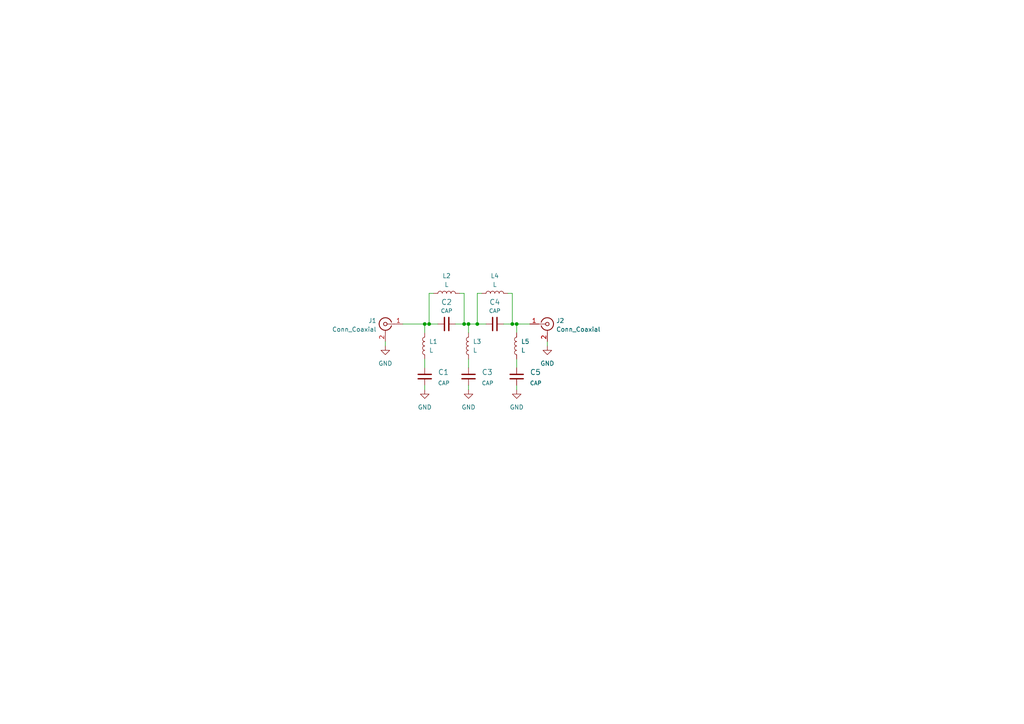
<source format=kicad_sch>
(kicad_sch (version 20211123) (generator eeschema)

  (uuid 7465baf0-7f45-433b-b3bb-613ab3847591)

  (paper "A4")

  (lib_symbols
    (symbol "Connector:Conn_Coaxial" (pin_names (offset 1.016) hide) (in_bom yes) (on_board yes)
      (property "Reference" "J" (id 0) (at 0.254 3.048 0)
        (effects (font (size 1.27 1.27)))
      )
      (property "Value" "Conn_Coaxial" (id 1) (at 2.921 0 90)
        (effects (font (size 1.27 1.27)))
      )
      (property "Footprint" "" (id 2) (at 0 0 0)
        (effects (font (size 1.27 1.27)) hide)
      )
      (property "Datasheet" " ~" (id 3) (at 0 0 0)
        (effects (font (size 1.27 1.27)) hide)
      )
      (property "ki_keywords" "BNC SMA SMB SMC LEMO coaxial connector CINCH RCA" (id 4) (at 0 0 0)
        (effects (font (size 1.27 1.27)) hide)
      )
      (property "ki_description" "coaxial connector (BNC, SMA, SMB, SMC, Cinch/RCA, LEMO, ...)" (id 5) (at 0 0 0)
        (effects (font (size 1.27 1.27)) hide)
      )
      (property "ki_fp_filters" "*BNC* *SMA* *SMB* *SMC* *Cinch* *LEMO*" (id 6) (at 0 0 0)
        (effects (font (size 1.27 1.27)) hide)
      )
      (symbol "Conn_Coaxial_0_1"
        (arc (start -1.778 -0.508) (mid 0.2311 -1.8066) (end 1.778 0)
          (stroke (width 0.254) (type default) (color 0 0 0 0))
          (fill (type none))
        )
        (polyline
          (pts
            (xy -2.54 0)
            (xy -0.508 0)
          )
          (stroke (width 0) (type default) (color 0 0 0 0))
          (fill (type none))
        )
        (polyline
          (pts
            (xy 0 -2.54)
            (xy 0 -1.778)
          )
          (stroke (width 0) (type default) (color 0 0 0 0))
          (fill (type none))
        )
        (circle (center 0 0) (radius 0.508)
          (stroke (width 0.2032) (type default) (color 0 0 0 0))
          (fill (type none))
        )
        (arc (start 1.778 0) (mid 0.2099 1.8101) (end -1.778 0.508)
          (stroke (width 0.254) (type default) (color 0 0 0 0))
          (fill (type none))
        )
      )
      (symbol "Conn_Coaxial_1_1"
        (pin passive line (at -5.08 0 0) (length 2.54)
          (name "In" (effects (font (size 1.27 1.27))))
          (number "1" (effects (font (size 1.27 1.27))))
        )
        (pin passive line (at 0 -5.08 90) (length 2.54)
          (name "Ext" (effects (font (size 1.27 1.27))))
          (number "2" (effects (font (size 1.27 1.27))))
        )
      )
    )
    (symbol "Device:L" (pin_numbers hide) (pin_names (offset 1.016) hide) (in_bom yes) (on_board yes)
      (property "Reference" "L" (id 0) (at -1.27 0 90)
        (effects (font (size 1.27 1.27)))
      )
      (property "Value" "L" (id 1) (at 1.905 0 90)
        (effects (font (size 1.27 1.27)))
      )
      (property "Footprint" "" (id 2) (at 0 0 0)
        (effects (font (size 1.27 1.27)) hide)
      )
      (property "Datasheet" "~" (id 3) (at 0 0 0)
        (effects (font (size 1.27 1.27)) hide)
      )
      (property "ki_keywords" "inductor choke coil reactor magnetic" (id 4) (at 0 0 0)
        (effects (font (size 1.27 1.27)) hide)
      )
      (property "ki_description" "Inductor" (id 5) (at 0 0 0)
        (effects (font (size 1.27 1.27)) hide)
      )
      (property "ki_fp_filters" "Choke_* *Coil* Inductor_* L_*" (id 6) (at 0 0 0)
        (effects (font (size 1.27 1.27)) hide)
      )
      (symbol "L_0_1"
        (arc (start 0 -2.54) (mid 0.635 -1.905) (end 0 -1.27)
          (stroke (width 0) (type default) (color 0 0 0 0))
          (fill (type none))
        )
        (arc (start 0 -1.27) (mid 0.635 -0.635) (end 0 0)
          (stroke (width 0) (type default) (color 0 0 0 0))
          (fill (type none))
        )
        (arc (start 0 0) (mid 0.635 0.635) (end 0 1.27)
          (stroke (width 0) (type default) (color 0 0 0 0))
          (fill (type none))
        )
        (arc (start 0 1.27) (mid 0.635 1.905) (end 0 2.54)
          (stroke (width 0) (type default) (color 0 0 0 0))
          (fill (type none))
        )
      )
      (symbol "L_1_1"
        (pin passive line (at 0 3.81 270) (length 1.27)
          (name "1" (effects (font (size 1.27 1.27))))
          (number "1" (effects (font (size 1.27 1.27))))
        )
        (pin passive line (at 0 -3.81 90) (length 1.27)
          (name "2" (effects (font (size 1.27 1.27))))
          (number "2" (effects (font (size 1.27 1.27))))
        )
      )
    )
    (symbol "passive:CAP" (pin_numbers hide) (pin_names (offset 1.016) hide) (in_bom yes) (on_board yes)
      (property "Reference" "C" (id 0) (at 0.762 2.286 0)
        (effects (font (size 1.524 1.524)) (justify left))
      )
      (property "Value" "CAP" (id 1) (at 0.762 -2.286 0)
        (effects (font (size 1.143 1.143)) (justify left))
      )
      (property "Footprint" "" (id 2) (at 0.889 -3.937 0)
        (effects (font (size 1.016 1.016)) (justify left) hide)
      )
      (property "Datasheet" "" (id 3) (at 0 2.54 0)
        (effects (font (size 1.524 1.524)) hide)
      )
      (property "Part" "-" (id 4) (at 1.016 4.191 0)
        (effects (font (size 1.143 1.143)) (justify left) hide)
      )
      (property "Family" "Passive" (id 5) (at 5.842 7.366 0)
        (effects (font (size 1.27 1.27)) hide)
      )
      (property "ki_keywords" "capacitor" (id 6) (at 0 0 0)
        (effects (font (size 1.27 1.27)) hide)
      )
      (property "ki_description" "Capacitor" (id 7) (at 0 0 0)
        (effects (font (size 1.27 1.27)) hide)
      )
      (symbol "CAP_0_1"
        (polyline
          (pts
            (xy -1.905 -0.635)
            (xy 1.905 -0.635)
          )
          (stroke (width 0.381) (type default) (color 0 0 0 0))
          (fill (type none))
        )
        (polyline
          (pts
            (xy -1.905 0.635)
            (xy 1.905 0.635)
          )
          (stroke (width 0.381) (type default) (color 0 0 0 0))
          (fill (type none))
        )
      )
      (symbol "CAP_1_1"
        (pin passive line (at 0 -2.54 90) (length 1.905)
          (name "1" (effects (font (size 1.143 1.143))))
          (number "1" (effects (font (size 1.016 1.016))))
        )
        (pin passive line (at 0 2.54 270) (length 1.905)
          (name "2" (effects (font (size 1.143 1.143))))
          (number "2" (effects (font (size 1.016 1.016))))
        )
      )
    )
    (symbol "power:GND" (power) (pin_names (offset 0)) (in_bom yes) (on_board yes)
      (property "Reference" "#PWR" (id 0) (at 0 -6.35 0)
        (effects (font (size 1.27 1.27)) hide)
      )
      (property "Value" "GND" (id 1) (at 0 -3.81 0)
        (effects (font (size 1.27 1.27)))
      )
      (property "Footprint" "" (id 2) (at 0 0 0)
        (effects (font (size 1.27 1.27)) hide)
      )
      (property "Datasheet" "" (id 3) (at 0 0 0)
        (effects (font (size 1.27 1.27)) hide)
      )
      (property "ki_keywords" "global power" (id 4) (at 0 0 0)
        (effects (font (size 1.27 1.27)) hide)
      )
      (property "ki_description" "Power symbol creates a global label with name \"GND\" , ground" (id 5) (at 0 0 0)
        (effects (font (size 1.27 1.27)) hide)
      )
      (symbol "GND_0_1"
        (polyline
          (pts
            (xy 0 0)
            (xy 0 -1.27)
            (xy 1.27 -1.27)
            (xy 0 -2.54)
            (xy -1.27 -1.27)
            (xy 0 -1.27)
          )
          (stroke (width 0) (type default) (color 0 0 0 0))
          (fill (type none))
        )
      )
      (symbol "GND_1_1"
        (pin power_in line (at 0 0 270) (length 0) hide
          (name "GND" (effects (font (size 1.27 1.27))))
          (number "1" (effects (font (size 1.27 1.27))))
        )
      )
    )
  )

  (junction (at 124.46 93.98) (diameter 0) (color 0 0 0 0)
    (uuid 0df16123-8e87-4a3c-97b8-8eacfa22e517)
  )
  (junction (at 134.62 93.98) (diameter 0) (color 0 0 0 0)
    (uuid 352eebb4-3823-4bac-9c23-7e947f52e274)
  )
  (junction (at 149.86 93.98) (diameter 0) (color 0 0 0 0)
    (uuid 3fe98e2f-2b09-47e2-929f-6a21420190f4)
  )
  (junction (at 138.43 93.98) (diameter 0) (color 0 0 0 0)
    (uuid 9d3f98f5-a2f6-495a-a23a-e1596e8a41c6)
  )
  (junction (at 123.19 93.98) (diameter 0) (color 0 0 0 0)
    (uuid 9dfcd961-ca47-4e00-8cce-fe98c97b4e8c)
  )
  (junction (at 148.59 93.98) (diameter 0) (color 0 0 0 0)
    (uuid b9dfbce8-963c-4636-a263-5638637d8b1b)
  )
  (junction (at 135.89 93.98) (diameter 0) (color 0 0 0 0)
    (uuid cc987e01-a04c-4519-9c5b-f9f8b17a647b)
  )

  (wire (pts (xy 134.62 93.98) (xy 135.89 93.98))
    (stroke (width 0) (type default) (color 0 0 0 0))
    (uuid 0f24fdb7-acfa-4a74-8e46-d661eb3b5d6c)
  )
  (wire (pts (xy 134.62 85.09) (xy 134.62 93.98))
    (stroke (width 0) (type default) (color 0 0 0 0))
    (uuid 10134f2c-61a2-4d27-a7ef-169aaca59d0d)
  )
  (wire (pts (xy 147.32 85.09) (xy 148.59 85.09))
    (stroke (width 0) (type default) (color 0 0 0 0))
    (uuid 19ce65ff-d13b-405e-8c5d-e7f79b83b418)
  )
  (wire (pts (xy 135.89 93.98) (xy 135.89 96.52))
    (stroke (width 0) (type default) (color 0 0 0 0))
    (uuid 3da9c787-3712-43cc-b19f-59c62748a88a)
  )
  (wire (pts (xy 133.35 85.09) (xy 134.62 85.09))
    (stroke (width 0) (type default) (color 0 0 0 0))
    (uuid 52765ec2-7d17-4380-a864-cc1dc109caa7)
  )
  (wire (pts (xy 124.46 93.98) (xy 127 93.98))
    (stroke (width 0) (type default) (color 0 0 0 0))
    (uuid 53416fcf-5551-4448-a5af-e27f6ccfd93c)
  )
  (wire (pts (xy 116.84 93.98) (xy 123.19 93.98))
    (stroke (width 0) (type default) (color 0 0 0 0))
    (uuid 5fb9e6ee-1d06-4e00-8786-3818c9bb962a)
  )
  (wire (pts (xy 139.7 85.09) (xy 138.43 85.09))
    (stroke (width 0) (type default) (color 0 0 0 0))
    (uuid 63f6293e-cf15-45f0-87da-1ce0939a50b3)
  )
  (wire (pts (xy 149.86 111.76) (xy 149.86 113.03))
    (stroke (width 0) (type default) (color 0 0 0 0))
    (uuid 677e35c6-2c00-4f62-8f68-a861d27d0e97)
  )
  (wire (pts (xy 148.59 93.98) (xy 149.86 93.98))
    (stroke (width 0) (type default) (color 0 0 0 0))
    (uuid 7388b25d-3ee5-4078-8f2f-d2012a0ed880)
  )
  (wire (pts (xy 123.19 104.14) (xy 123.19 106.68))
    (stroke (width 0) (type default) (color 0 0 0 0))
    (uuid 7890635b-aa63-46ec-a2e8-b9098297af89)
  )
  (wire (pts (xy 158.75 99.06) (xy 158.75 100.33))
    (stroke (width 0) (type default) (color 0 0 0 0))
    (uuid 83239667-013e-4142-9d6b-c55ce5a73042)
  )
  (wire (pts (xy 111.76 99.06) (xy 111.76 100.33))
    (stroke (width 0) (type default) (color 0 0 0 0))
    (uuid 909f7d8a-437a-46d3-8dcb-e48c8c3229ca)
  )
  (wire (pts (xy 148.59 85.09) (xy 148.59 93.98))
    (stroke (width 0) (type default) (color 0 0 0 0))
    (uuid 94b52337-870a-4b2c-913c-77d748f35808)
  )
  (wire (pts (xy 125.73 85.09) (xy 124.46 85.09))
    (stroke (width 0) (type default) (color 0 0 0 0))
    (uuid 9feae1e3-cbf8-4ec9-875e-c199ef532bd3)
  )
  (wire (pts (xy 138.43 93.98) (xy 140.97 93.98))
    (stroke (width 0) (type default) (color 0 0 0 0))
    (uuid a0579e14-e308-48d4-b386-91adabef4938)
  )
  (wire (pts (xy 149.86 104.14) (xy 149.86 106.68))
    (stroke (width 0) (type default) (color 0 0 0 0))
    (uuid a9ffd97c-7294-4464-91cb-73d53971dbe8)
  )
  (wire (pts (xy 135.89 111.76) (xy 135.89 113.03))
    (stroke (width 0) (type default) (color 0 0 0 0))
    (uuid be76eb5b-f9d4-4f0c-843a-e138959ede96)
  )
  (wire (pts (xy 123.19 93.98) (xy 123.19 96.52))
    (stroke (width 0) (type default) (color 0 0 0 0))
    (uuid c9bff274-bd99-4dc0-8ea8-171a97651786)
  )
  (wire (pts (xy 146.05 93.98) (xy 148.59 93.98))
    (stroke (width 0) (type default) (color 0 0 0 0))
    (uuid cb11523a-e65a-4ecc-82f3-20a3306246e2)
  )
  (wire (pts (xy 149.86 93.98) (xy 149.86 96.52))
    (stroke (width 0) (type default) (color 0 0 0 0))
    (uuid d879f0cd-9574-4808-8cf2-3d23cefebd77)
  )
  (wire (pts (xy 132.08 93.98) (xy 134.62 93.98))
    (stroke (width 0) (type default) (color 0 0 0 0))
    (uuid e5098d0a-4d6b-421a-8949-e710e98d568e)
  )
  (wire (pts (xy 123.19 111.76) (xy 123.19 113.03))
    (stroke (width 0) (type default) (color 0 0 0 0))
    (uuid e758dc08-73cb-44c6-9ff8-44975b0c727c)
  )
  (wire (pts (xy 124.46 85.09) (xy 124.46 93.98))
    (stroke (width 0) (type default) (color 0 0 0 0))
    (uuid ed7f29ae-c5b2-493d-bb88-f03205526802)
  )
  (wire (pts (xy 123.19 93.98) (xy 124.46 93.98))
    (stroke (width 0) (type default) (color 0 0 0 0))
    (uuid edfe88df-ece9-4042-bc1c-d2558815e37d)
  )
  (wire (pts (xy 135.89 104.14) (xy 135.89 106.68))
    (stroke (width 0) (type default) (color 0 0 0 0))
    (uuid f1acbcce-acfc-44eb-bbe8-744de6efa96a)
  )
  (wire (pts (xy 138.43 85.09) (xy 138.43 93.98))
    (stroke (width 0) (type default) (color 0 0 0 0))
    (uuid f95058b4-7b96-4870-9e09-43a72bfd900d)
  )
  (wire (pts (xy 135.89 93.98) (xy 138.43 93.98))
    (stroke (width 0) (type default) (color 0 0 0 0))
    (uuid f9658ade-f974-4b64-a1d4-c69105ae3b48)
  )
  (wire (pts (xy 149.86 93.98) (xy 153.67 93.98))
    (stroke (width 0) (type default) (color 0 0 0 0))
    (uuid fc70c222-ce2f-4c0b-b3e0-b8f31941c9a7)
  )

  (symbol (lib_id "Device:L") (at 149.86 100.33 180) (unit 1)
    (in_bom yes) (on_board yes) (fields_autoplaced)
    (uuid 0208958e-9c12-4f65-a9fb-139fa66bab47)
    (property "Reference" "L5" (id 0) (at 151.13 99.0599 0)
      (effects (font (size 1.27 1.27)) (justify right))
    )
    (property "Value" "L" (id 1) (at 151.13 101.5999 0)
      (effects (font (size 1.27 1.27)) (justify right))
    )
    (property "Footprint" "Inductor_SMD:L_0603_1608Metric" (id 2) (at 149.86 100.33 0)
      (effects (font (size 1.27 1.27)) hide)
    )
    (property "Datasheet" "~" (id 3) (at 149.86 100.33 0)
      (effects (font (size 1.27 1.27)) hide)
    )
    (pin "1" (uuid 1e31dee7-43dd-494e-8978-192322bede93))
    (pin "2" (uuid fe521a15-ce3c-4edd-a145-7079358aec7e))
  )

  (symbol (lib_id "Device:L") (at 135.89 100.33 180) (unit 1)
    (in_bom yes) (on_board yes) (fields_autoplaced)
    (uuid 1e67c516-e4ba-478e-9fdb-e1790db3da97)
    (property "Reference" "L3" (id 0) (at 137.16 99.0599 0)
      (effects (font (size 1.27 1.27)) (justify right))
    )
    (property "Value" "L" (id 1) (at 137.16 101.5999 0)
      (effects (font (size 1.27 1.27)) (justify right))
    )
    (property "Footprint" "Inductor_SMD:L_0603_1608Metric" (id 2) (at 135.89 100.33 0)
      (effects (font (size 1.27 1.27)) hide)
    )
    (property "Datasheet" "~" (id 3) (at 135.89 100.33 0)
      (effects (font (size 1.27 1.27)) hide)
    )
    (pin "1" (uuid 151b5287-3931-4dd3-8889-633e698276ef))
    (pin "2" (uuid 22e5184c-aaa3-4688-993d-eb34fe9a0636))
  )

  (symbol (lib_id "passive:CAP") (at 129.54 93.98 90) (unit 1)
    (in_bom yes) (on_board yes)
    (uuid 461ecb77-3e6a-4178-bf81-efd4e1b1417c)
    (property "Reference" "C2" (id 0) (at 129.54 87.63 90)
      (effects (font (size 1.524 1.524)))
    )
    (property "Value" "CAP" (id 1) (at 129.54 90.17 90)
      (effects (font (size 1.143 1.143)))
    )
    (property "Footprint" "Capacitor_SMD:C_0603_1608Metric" (id 2) (at 133.477 93.091 0)
      (effects (font (size 1.016 1.016)) (justify left) hide)
    )
    (property "Datasheet" "" (id 3) (at 127 93.98 0)
      (effects (font (size 1.524 1.524)) hide)
    )
    (property "Part" "-" (id 4) (at 125.349 92.964 0)
      (effects (font (size 1.143 1.143)) (justify left) hide)
    )
    (property "Family" "Passive" (id 5) (at 122.174 88.138 0)
      (effects (font (size 1.27 1.27)) hide)
    )
    (pin "1" (uuid 62821bb2-0386-4a98-97d2-4cd0f2517186))
    (pin "2" (uuid bc3b6ae7-1dce-497e-874d-9a3a42e8e6f6))
  )

  (symbol (lib_id "Device:L") (at 143.51 85.09 90) (unit 1)
    (in_bom yes) (on_board yes)
    (uuid 48a35a0a-433c-439b-acac-ad7007db5a85)
    (property "Reference" "L4" (id 0) (at 143.51 80.01 90))
    (property "Value" "L" (id 1) (at 143.51 82.55 90))
    (property "Footprint" "Inductor_SMD:L_0603_1608Metric" (id 2) (at 143.51 85.09 0)
      (effects (font (size 1.27 1.27)) hide)
    )
    (property "Datasheet" "~" (id 3) (at 143.51 85.09 0)
      (effects (font (size 1.27 1.27)) hide)
    )
    (pin "1" (uuid dde5a388-b645-4e98-8036-c48fcb6e4d97))
    (pin "2" (uuid a8c69fd8-637a-4ba3-882c-3523e2b880b8))
  )

  (symbol (lib_id "Device:L") (at 129.54 85.09 90) (unit 1)
    (in_bom yes) (on_board yes)
    (uuid 4fb38e87-ce65-407e-be4b-a2afd8bfad8a)
    (property "Reference" "L2" (id 0) (at 129.54 80.01 90))
    (property "Value" "L" (id 1) (at 129.54 82.55 90))
    (property "Footprint" "Inductor_SMD:L_0603_1608Metric" (id 2) (at 129.54 85.09 0)
      (effects (font (size 1.27 1.27)) hide)
    )
    (property "Datasheet" "~" (id 3) (at 129.54 85.09 0)
      (effects (font (size 1.27 1.27)) hide)
    )
    (pin "1" (uuid e04a3a17-2658-4c92-95c0-ea220cf73ccc))
    (pin "2" (uuid 0253d1df-3738-4639-a9a4-917e1713077b))
  )

  (symbol (lib_id "Connector:Conn_Coaxial") (at 158.75 93.98 0) (unit 1)
    (in_bom yes) (on_board yes) (fields_autoplaced)
    (uuid 56459e24-4ff5-40d0-90d8-5917d65f5d10)
    (property "Reference" "J2" (id 0) (at 161.29 93.0031 0)
      (effects (font (size 1.27 1.27)) (justify left))
    )
    (property "Value" "Conn_Coaxial" (id 1) (at 161.29 95.5431 0)
      (effects (font (size 1.27 1.27)) (justify left))
    )
    (property "Footprint" "Connector_Coaxial:SMA_Amphenol_132289_EdgeMount" (id 2) (at 158.75 93.98 0)
      (effects (font (size 1.27 1.27)) hide)
    )
    (property "Datasheet" " ~" (id 3) (at 158.75 93.98 0)
      (effects (font (size 1.27 1.27)) hide)
    )
    (pin "1" (uuid 8c7f4aae-60a2-40b9-8262-341235ea78ca))
    (pin "2" (uuid 56fdef27-6d6e-4550-a6a1-12cc1fa8b751))
  )

  (symbol (lib_id "passive:CAP") (at 135.89 109.22 180) (unit 1)
    (in_bom yes) (on_board yes) (fields_autoplaced)
    (uuid 5e330b83-b879-4af5-a994-99cda2b68fba)
    (property "Reference" "C3" (id 0) (at 139.7 107.95 0)
      (effects (font (size 1.524 1.524)) (justify right))
    )
    (property "Value" "CAP" (id 1) (at 139.7 111.125 0)
      (effects (font (size 1.143 1.143)) (justify right))
    )
    (property "Footprint" "Capacitor_SMD:C_0603_1608Metric" (id 2) (at 135.001 105.283 0)
      (effects (font (size 1.016 1.016)) (justify left) hide)
    )
    (property "Datasheet" "" (id 3) (at 135.89 111.76 0)
      (effects (font (size 1.524 1.524)) hide)
    )
    (property "Part" "-" (id 4) (at 134.874 113.411 0)
      (effects (font (size 1.143 1.143)) (justify left) hide)
    )
    (property "Family" "Passive" (id 5) (at 130.048 116.586 0)
      (effects (font (size 1.27 1.27)) hide)
    )
    (pin "1" (uuid 845b6cfc-df52-4760-aa83-ef15851bb409))
    (pin "2" (uuid 23c40e60-6be0-4c5d-9fd2-040461ac7f44))
  )

  (symbol (lib_id "Connector:Conn_Coaxial") (at 111.76 93.98 0) (mirror y) (unit 1)
    (in_bom yes) (on_board yes) (fields_autoplaced)
    (uuid 6506461d-f1aa-4665-85a5-7ad2d60a9a27)
    (property "Reference" "J1" (id 0) (at 109.22 93.0031 0)
      (effects (font (size 1.27 1.27)) (justify left))
    )
    (property "Value" "Conn_Coaxial" (id 1) (at 109.22 95.5431 0)
      (effects (font (size 1.27 1.27)) (justify left))
    )
    (property "Footprint" "Connector_Coaxial:SMA_Amphenol_132289_EdgeMount" (id 2) (at 111.76 93.98 0)
      (effects (font (size 1.27 1.27)) hide)
    )
    (property "Datasheet" " ~" (id 3) (at 111.76 93.98 0)
      (effects (font (size 1.27 1.27)) hide)
    )
    (pin "1" (uuid 71b44515-c379-4ce8-8543-353c0fec09f6))
    (pin "2" (uuid 7ceba05d-f1ce-4809-adf9-f8aea6de04ab))
  )

  (symbol (lib_id "passive:CAP") (at 123.19 109.22 180) (unit 1)
    (in_bom yes) (on_board yes) (fields_autoplaced)
    (uuid 67a526bb-302a-4f8a-bd3a-78503fc71fb0)
    (property "Reference" "C1" (id 0) (at 127 107.95 0)
      (effects (font (size 1.524 1.524)) (justify right))
    )
    (property "Value" "CAP" (id 1) (at 127 111.125 0)
      (effects (font (size 1.143 1.143)) (justify right))
    )
    (property "Footprint" "Capacitor_SMD:C_0603_1608Metric" (id 2) (at 122.301 105.283 0)
      (effects (font (size 1.016 1.016)) (justify left) hide)
    )
    (property "Datasheet" "" (id 3) (at 123.19 111.76 0)
      (effects (font (size 1.524 1.524)) hide)
    )
    (property "Part" "-" (id 4) (at 122.174 113.411 0)
      (effects (font (size 1.143 1.143)) (justify left) hide)
    )
    (property "Family" "Passive" (id 5) (at 117.348 116.586 0)
      (effects (font (size 1.27 1.27)) hide)
    )
    (pin "1" (uuid 6c575617-b7a8-407d-b218-711d70ca450f))
    (pin "2" (uuid 14935fb7-bb2c-43cc-9dee-358dfeb6945d))
  )

  (symbol (lib_id "passive:CAP") (at 149.86 109.22 180) (unit 1)
    (in_bom yes) (on_board yes) (fields_autoplaced)
    (uuid 6bdef029-8181-46de-8b2d-2d76f28cf79d)
    (property "Reference" "C5" (id 0) (at 153.67 107.95 0)
      (effects (font (size 1.524 1.524)) (justify right))
    )
    (property "Value" "CAP" (id 1) (at 153.67 111.125 0)
      (effects (font (size 1.143 1.143)) (justify right))
    )
    (property "Footprint" "Capacitor_SMD:C_0603_1608Metric" (id 2) (at 148.971 105.283 0)
      (effects (font (size 1.016 1.016)) (justify left) hide)
    )
    (property "Datasheet" "" (id 3) (at 149.86 111.76 0)
      (effects (font (size 1.524 1.524)) hide)
    )
    (property "Part" "-" (id 4) (at 148.844 113.411 0)
      (effects (font (size 1.143 1.143)) (justify left) hide)
    )
    (property "Family" "Passive" (id 5) (at 144.018 116.586 0)
      (effects (font (size 1.27 1.27)) hide)
    )
    (pin "1" (uuid ad4dbf36-3c22-47b7-a350-2462bd7cf659))
    (pin "2" (uuid 6c02a679-fcda-4a6e-a083-29201feb701c))
  )

  (symbol (lib_id "power:GND") (at 158.75 100.33 0) (unit 1)
    (in_bom yes) (on_board yes) (fields_autoplaced)
    (uuid 7630b2c3-fa05-4281-adf4-a8728459351f)
    (property "Reference" "#PWR0104" (id 0) (at 158.75 106.68 0)
      (effects (font (size 1.27 1.27)) hide)
    )
    (property "Value" "GND" (id 1) (at 158.75 105.41 0))
    (property "Footprint" "" (id 2) (at 158.75 100.33 0)
      (effects (font (size 1.27 1.27)) hide)
    )
    (property "Datasheet" "" (id 3) (at 158.75 100.33 0)
      (effects (font (size 1.27 1.27)) hide)
    )
    (pin "1" (uuid 984cfaab-9d14-42cc-a602-4d75f5689181))
  )

  (symbol (lib_id "power:GND") (at 135.89 113.03 0) (unit 1)
    (in_bom yes) (on_board yes) (fields_autoplaced)
    (uuid 80f2920a-2e7b-410f-9f2b-d54b7c6c88f0)
    (property "Reference" "#PWR?" (id 0) (at 135.89 119.38 0)
      (effects (font (size 1.27 1.27)) hide)
    )
    (property "Value" "GND" (id 1) (at 135.89 118.11 0))
    (property "Footprint" "" (id 2) (at 135.89 113.03 0)
      (effects (font (size 1.27 1.27)) hide)
    )
    (property "Datasheet" "" (id 3) (at 135.89 113.03 0)
      (effects (font (size 1.27 1.27)) hide)
    )
    (pin "1" (uuid a1586a57-fa59-4a1e-be15-626e904966f0))
  )

  (symbol (lib_id "Device:L") (at 123.19 100.33 180) (unit 1)
    (in_bom yes) (on_board yes) (fields_autoplaced)
    (uuid 8e8ce190-ed2e-4531-9642-21e3506f3dd7)
    (property "Reference" "L1" (id 0) (at 124.46 99.0599 0)
      (effects (font (size 1.27 1.27)) (justify right))
    )
    (property "Value" "L" (id 1) (at 124.46 101.5999 0)
      (effects (font (size 1.27 1.27)) (justify right))
    )
    (property "Footprint" "Inductor_SMD:L_0603_1608Metric" (id 2) (at 123.19 100.33 0)
      (effects (font (size 1.27 1.27)) hide)
    )
    (property "Datasheet" "~" (id 3) (at 123.19 100.33 0)
      (effects (font (size 1.27 1.27)) hide)
    )
    (pin "1" (uuid a0f34120-dddb-43fc-9a23-b44feecf2765))
    (pin "2" (uuid 17be9d0f-2030-4ecc-9863-9c1018baa076))
  )

  (symbol (lib_id "power:GND") (at 123.19 113.03 0) (unit 1)
    (in_bom yes) (on_board yes) (fields_autoplaced)
    (uuid 8ffd8359-a614-421a-bc2d-c070e1f561a9)
    (property "Reference" "#PWR?" (id 0) (at 123.19 119.38 0)
      (effects (font (size 1.27 1.27)) hide)
    )
    (property "Value" "GND" (id 1) (at 123.19 118.11 0))
    (property "Footprint" "" (id 2) (at 123.19 113.03 0)
      (effects (font (size 1.27 1.27)) hide)
    )
    (property "Datasheet" "" (id 3) (at 123.19 113.03 0)
      (effects (font (size 1.27 1.27)) hide)
    )
    (pin "1" (uuid 8f9f75f5-4c8b-48cf-9e87-4ca148c9bcf5))
  )

  (symbol (lib_id "power:GND") (at 111.76 100.33 0) (unit 1)
    (in_bom yes) (on_board yes) (fields_autoplaced)
    (uuid a03536bf-fe88-4de6-8a19-22c01ef8e149)
    (property "Reference" "#PWR0101" (id 0) (at 111.76 106.68 0)
      (effects (font (size 1.27 1.27)) hide)
    )
    (property "Value" "GND" (id 1) (at 111.76 105.41 0))
    (property "Footprint" "" (id 2) (at 111.76 100.33 0)
      (effects (font (size 1.27 1.27)) hide)
    )
    (property "Datasheet" "" (id 3) (at 111.76 100.33 0)
      (effects (font (size 1.27 1.27)) hide)
    )
    (pin "1" (uuid 3b314bfd-e9a5-4017-8224-34ef7544b4a3))
  )

  (symbol (lib_id "power:GND") (at 149.86 113.03 0) (unit 1)
    (in_bom yes) (on_board yes) (fields_autoplaced)
    (uuid d88aec72-0598-47c0-a93d-e858937c34be)
    (property "Reference" "#PWR?" (id 0) (at 149.86 119.38 0)
      (effects (font (size 1.27 1.27)) hide)
    )
    (property "Value" "GND" (id 1) (at 149.86 118.11 0))
    (property "Footprint" "" (id 2) (at 149.86 113.03 0)
      (effects (font (size 1.27 1.27)) hide)
    )
    (property "Datasheet" "" (id 3) (at 149.86 113.03 0)
      (effects (font (size 1.27 1.27)) hide)
    )
    (pin "1" (uuid acd945a4-5301-4667-8b0f-77236fb0c7d4))
  )

  (symbol (lib_id "passive:CAP") (at 143.51 93.98 90) (unit 1)
    (in_bom yes) (on_board yes)
    (uuid db4b05cd-e948-4440-9e0f-481a17421aef)
    (property "Reference" "C4" (id 0) (at 143.51 87.63 90)
      (effects (font (size 1.524 1.524)))
    )
    (property "Value" "CAP" (id 1) (at 143.51 90.17 90)
      (effects (font (size 1.143 1.143)))
    )
    (property "Footprint" "Capacitor_SMD:C_0603_1608Metric" (id 2) (at 147.447 93.091 0)
      (effects (font (size 1.016 1.016)) (justify left) hide)
    )
    (property "Datasheet" "" (id 3) (at 140.97 93.98 0)
      (effects (font (size 1.524 1.524)) hide)
    )
    (property "Part" "-" (id 4) (at 139.319 92.964 0)
      (effects (font (size 1.143 1.143)) (justify left) hide)
    )
    (property "Family" "Passive" (id 5) (at 136.144 88.138 0)
      (effects (font (size 1.27 1.27)) hide)
    )
    (pin "1" (uuid b11e7a32-ae38-4ccb-a32c-f38ca34b7247))
    (pin "2" (uuid da89bf19-039a-4bb8-89c3-b42579476876))
  )

  (sheet_instances
    (path "/" (page "1"))
  )

  (symbol_instances
    (path "/a03536bf-fe88-4de6-8a19-22c01ef8e149"
      (reference "#PWR0101") (unit 1) (value "GND") (footprint "")
    )
    (path "/7630b2c3-fa05-4281-adf4-a8728459351f"
      (reference "#PWR0104") (unit 1) (value "GND") (footprint "")
    )
    (path "/80f2920a-2e7b-410f-9f2b-d54b7c6c88f0"
      (reference "#PWR?") (unit 1) (value "GND") (footprint "")
    )
    (path "/8ffd8359-a614-421a-bc2d-c070e1f561a9"
      (reference "#PWR?") (unit 1) (value "GND") (footprint "")
    )
    (path "/d88aec72-0598-47c0-a93d-e858937c34be"
      (reference "#PWR?") (unit 1) (value "GND") (footprint "")
    )
    (path "/67a526bb-302a-4f8a-bd3a-78503fc71fb0"
      (reference "C1") (unit 1) (value "CAP") (footprint "Capacitor_SMD:C_0603_1608Metric")
    )
    (path "/461ecb77-3e6a-4178-bf81-efd4e1b1417c"
      (reference "C2") (unit 1) (value "CAP") (footprint "Capacitor_SMD:C_0603_1608Metric")
    )
    (path "/5e330b83-b879-4af5-a994-99cda2b68fba"
      (reference "C3") (unit 1) (value "CAP") (footprint "Capacitor_SMD:C_0603_1608Metric")
    )
    (path "/db4b05cd-e948-4440-9e0f-481a17421aef"
      (reference "C4") (unit 1) (value "CAP") (footprint "Capacitor_SMD:C_0603_1608Metric")
    )
    (path "/6bdef029-8181-46de-8b2d-2d76f28cf79d"
      (reference "C5") (unit 1) (value "CAP") (footprint "Capacitor_SMD:C_0603_1608Metric")
    )
    (path "/6506461d-f1aa-4665-85a5-7ad2d60a9a27"
      (reference "J1") (unit 1) (value "Conn_Coaxial") (footprint "Connector_Coaxial:SMA_Amphenol_132289_EdgeMount")
    )
    (path "/56459e24-4ff5-40d0-90d8-5917d65f5d10"
      (reference "J2") (unit 1) (value "Conn_Coaxial") (footprint "Connector_Coaxial:SMA_Amphenol_132289_EdgeMount")
    )
    (path "/8e8ce190-ed2e-4531-9642-21e3506f3dd7"
      (reference "L1") (unit 1) (value "L") (footprint "Inductor_SMD:L_0603_1608Metric")
    )
    (path "/4fb38e87-ce65-407e-be4b-a2afd8bfad8a"
      (reference "L2") (unit 1) (value "L") (footprint "Inductor_SMD:L_0603_1608Metric")
    )
    (path "/1e67c516-e4ba-478e-9fdb-e1790db3da97"
      (reference "L3") (unit 1) (value "L") (footprint "Inductor_SMD:L_0603_1608Metric")
    )
    (path "/48a35a0a-433c-439b-acac-ad7007db5a85"
      (reference "L4") (unit 1) (value "L") (footprint "Inductor_SMD:L_0603_1608Metric")
    )
    (path "/0208958e-9c12-4f65-a9fb-139fa66bab47"
      (reference "L5") (unit 1) (value "L") (footprint "Inductor_SMD:L_0603_1608Metric")
    )
  )
)

</source>
